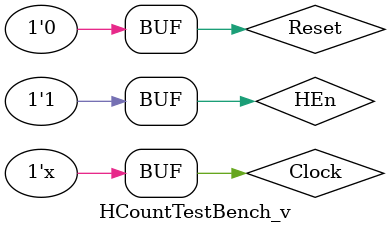
<source format=v>
`timescale		1 ns/1 ps		// Display things in ns, compute them in ps
`define HalfCycle	18.518			// Half of the clock cycle time in nanoseconds
`define Cycle		(`HalfCycle * 2)	// Didn't you learn to multiply?
`define ActiveCycles	65536			// Change this to hold the buttons down for longer!

////////////////////////////////////////////////////////////////////////////////
// Company: 
// Engineer:
//
// Create Date:   18:12:14 10/19/2006
// Design Name:   VCount
// Module Name:   U:/Checkpoint2/Checkpoint2/VCountTestBench.v
// Project Name:  Checkpoint2
// Target Device:  
// Tool versions:  
// Description: 
//
// Verilog Test Fixture created by ISE for module: VCount
//
// Dependencies:
// 
// Revision:
// Revision 0.01 - File Created
// Additional Comments:
// 
////////////////////////////////////////////////////////////////////////////////

module HCountTestBench_v;

	// Inputs
	reg Clock;
	reg Reset;
	reg HEn;

	// Outputs
	wire [8:0] HCount;
	
	//---------------------------------------------------------------
	//	Clock Source
	//		This section will generate a clock signal,
	//		turning it on and off according the HalfCycle
	//		time, in this case it will generate a 27MHz clock
	//		THIS COULD NEVER BE SYNTHESIZED
	//---------------------------------------------------------------
	initial Clock =		1'b1;		// We need to start at 1'b0, otherwise clock will always be 1'bx
	always #(`HalfCycle) Clock =	~Clock;	// Every half clock cycle, invert the clock
	//---------------------------------------------------------------

	// Instantiate the Unit Under Test (UUT)
	HCount uut (
		.Clock(Clock), 
		.Reset(Reset), 
		.HEn(HEn), 
		.HCount(HCount)
	);

	initial begin
		Reset = 1'b1;
		HEn = 1'b0;

		#(`Cycle * 3);
		Reset = 1'b0;
      HEn = 1'b1;

		#(`Cycle * 1750);
		// Add stimulus here

	end
      
endmodule


</source>
